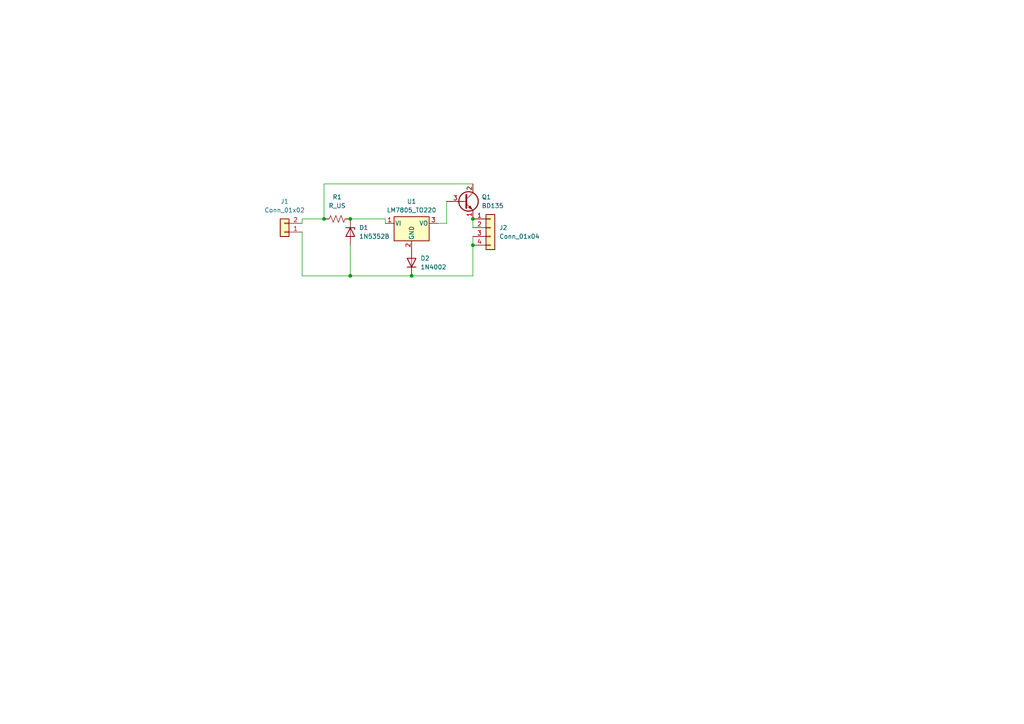
<source format=kicad_sch>
(kicad_sch (version 20231120) (generator "eeschema") (generator_version "8.0")
  (paper "A4")
  (lib_symbols
    (symbol "Connector_Generic:Conn_01x02" (pin_names (offset 1.016) hide)
      (property "Reference" "J" (at 0 2.54 0))
      (property "Value" "Conn_01x02" (at 0 -5.08 0))
      (symbol "Conn_01x02_1_1"
        (rectangle (start -1.27 -2.413) (end 0 -2.667) (stroke (width 0.1524)))
        (rectangle (start -1.27 0.127) (end 0 -0.127) (stroke (width 0.1524)))
        (rectangle (start -1.27 1.27) (end 1.27 -3.81) (stroke (width 0.254)) (fill (type background)))
        (pin passive line (at -5.08 0 0) (length 3.81) (name "Pin_1") (number "1"))
        (pin passive line (at -5.08 -2.54 0) (length 3.81) (name "Pin_2") (number "2"))
      )
    )
    (symbol "Connector_Generic:Conn_01x04" (pin_names (offset 1.016) hide)
      (property "Reference" "J" (at 0 5.08 0))
      (property "Value" "Conn_01x04" (at 0 -7.62 0))
      (symbol "Conn_01x04_1_1"
        (rectangle (start -1.27 -4.953) (end 0 -5.207) (stroke (width 0.1524)))
        (rectangle (start -1.27 -2.413) (end 0 -2.667) (stroke (width 0.1524)))
        (rectangle (start -1.27 0.127) (end 0 -0.127) (stroke (width 0.1524)))
        (rectangle (start -1.27 2.667) (end 0 2.413) (stroke (width 0.1524)))
        (rectangle (start -1.27 3.81) (end 1.27 -6.35) (stroke (width 0.254)) (fill (type background)))
        (pin passive line (at -5.08 2.54 0) (length 3.81) (name "Pin_1") (number "1"))
        (pin passive line (at -5.08 0 0) (length 3.81) (name "Pin_2") (number "2"))
        (pin passive line (at -5.08 -2.54 0) (length 3.81) (name "Pin_3") (number "3"))
        (pin passive line (at -5.08 -5.08 0) (length 3.81) (name "Pin_4") (number "4"))
      )
    )
    (symbol "Device:D_Zener" (pin_numbers hide) (pin_names (offset 1.016) hide)
      (property "Reference" "D" (at 0 2.54 0))
      (property "Value" "D_Zener" (at 0 -2.54 0))
      (symbol "D_Zener_0_1"
        (polyline (pts (xy 1.27 0) (xy -1.27 0)))
        (polyline (pts (xy -1.27 -1.27) (xy -1.27 1.27) (xy -0.762 1.27)) (stroke (width 0.254)))
        (polyline (pts (xy 1.27 -1.27) (xy 1.27 1.27) (xy -1.27 0) (xy 1.27 -1.27)) (stroke (width 0.254)))
      )
      (symbol "D_Zener_1_1"
        (pin passive line (at -3.81 0 0) (length 2.54) (name "K") (number "1"))
        (pin passive line (at 3.81 0 180) (length 2.54) (name "A") (number "2"))
      )
    )
    (symbol "Device:R_US" (pin_numbers hide) (pin_names (offset 0))
      (property "Reference" "R" (at 2.54 0 90))
      (property "Value" "R_US" (at -2.54 0 90))
      (symbol "R_US_0_1"
        (polyline (pts (xy 0 -2.286) (xy 0 -2.54)))
        (polyline (pts (xy 0 2.286) (xy 0 2.54)))
        (polyline (pts (xy 0 -0.762) (xy 1.016 -1.143) (xy 0 -1.524) (xy -1.016 -1.905) (xy 0 -2.286)))
        (polyline (pts (xy 0 0.762) (xy 1.016 0.381) (xy 0 0) (xy -1.016 -0.381) (xy 0 -0.762)))
        (polyline (pts (xy 0 2.286) (xy 1.016 1.905) (xy 0 1.524) (xy -1.016 1.143) (xy 0 0.762)))
      )
      (symbol "R_US_1_1"
        (pin passive line (at 0 3.81 270) (length 1.27) (name "~") (number "1"))
        (pin passive line (at 0 -3.81 90) (length 1.27) (name "~") (number "2"))
      )
    )
    (symbol "Diode:1N4002" (pin_numbers hide) (pin_names hide)
      (property "Reference" "D" (at 0 2.54 0))
      (property "Value" "1N4002" (at 0 -2.54 0))
      (symbol "1N4002_0_1"
        (polyline (pts (xy -1.27 1.27) (xy -1.27 -1.27)) (stroke (width 0.254)))
        (polyline (pts (xy 1.27 0) (xy -1.27 0)))
        (polyline (pts (xy 1.27 1.27) (xy 1.27 -1.27) (xy -1.27 0) (xy 1.27 1.27)) (stroke (width 0.254)))
      )
      (symbol "1N4002_1_1"
        (pin passive line (at -3.81 0 0) (length 2.54) (name "K") (number "1"))
        (pin passive line (at 3.81 0 180) (length 2.54) (name "A") (number "2"))
      )
    )
    (symbol "Regulator_Linear:LM7805_TO220" (pin_names (offset 0.254))
      (property "Reference" "U" (at -3.81 3.175 0))
      (property "Value" "LM7805_TO220" (at 0 3.175 0))
      (symbol "LM7805_TO220_0_1"
        (rectangle (start -5.08 1.905) (end 5.08 -5.08) (stroke (width 0.254)) (fill (type background)))
      )
      (symbol "LM7805_TO220_1_1"
        (pin power_in line (at -7.62 0 0) (length 2.54) (name "VI") (number "1"))
        (pin power_in line (at 0 -7.62 90) (length 2.54) (name "GND") (number "2"))
        (pin power_out line (at 7.62 0 180) (length 2.54) (name "VO") (number "3"))
      )
    )
    (symbol "Transistor_BJT:BD135" (pin_names (offset 0) hide)
      (property "Reference" "Q" (at 5.08 1.905 0))
      (property "Value" "BD135" (at 5.08 0 0))
      (symbol "BD135_0_1"
        (polyline (pts (xy 0 0) (xy 0.635 0)))
        (polyline (pts (xy 2.54 -2.54) (xy 0.635 -0.635)))
        (polyline (pts (xy 2.54 2.54) (xy 0.635 0.635)))
        (polyline (pts (xy 0.635 1.905) (xy 0.635 -1.905) (xy 0.635 -1.905)) (stroke (width 0.508)) (fill (type outline)))
        (polyline (pts (xy 1.2446 -1.778) (xy 1.7526 -1.27) (xy 2.286 -2.286) (xy 1.2446 -1.778) (xy 1.2446 -1.778)) (fill (type outline)))
        (circle (center 1.27 0) (radius 2.8194) (stroke (width 0.3048)))
      )
      (symbol "BD135_1_1"
        (pin passive line (at 2.54 -5.08 90) (length 2.54) (name "E") (number "1"))
        (pin passive line (at 2.54 5.08 270) (length 2.54) (name "C") (number "2"))
        (pin input line (at -5.08 0 0) (length 5.08) (name "B") (number "3"))
      )
    )
  )
  (junction (at 101.6 80.01))
  (junction (at 137.16 71.12))
  (junction (at 137.16 63.5))
  (junction (at 93.98 63.5))
  (junction (at 101.6 63.5))
  (junction (at 119.38 80.01))
  (wire (pts (xy 101.6 63.5) (xy 111.76 63.5)))
  (wire (pts (xy 93.98 63.5) (xy 87.63 63.5)))
  (wire (pts (xy 137.16 68.58) (xy 137.16 71.12)))
  (wire (pts (xy 87.63 80.01) (xy 87.63 67.31)))
  (wire (pts (xy 111.76 63.5) (xy 111.76 64.77)))
  (wire (pts (xy 87.63 63.5) (xy 87.63 64.77)))
  (wire (pts (xy 119.38 80.01) (xy 137.16 80.01)))
  (wire (pts (xy 129.54 64.77) (xy 127 64.77)))
  (wire (pts (xy 137.16 71.12) (xy 137.16 80.01)))
  (wire (pts (xy 101.6 71.12) (xy 101.6 80.01)))
  (wire (pts (xy 137.16 53.34) (xy 93.98 53.34)))
  (wire (pts (xy 101.6 80.01) (xy 87.63 80.01)))
  (wire (pts (xy 93.98 53.34) (xy 93.98 63.5)))
  (wire (pts (xy 137.16 63.5) (xy 137.16 66.04)))
  (wire (pts (xy 101.6 80.01) (xy 119.38 80.01)))
  (wire (pts (xy 129.54 58.42) (xy 129.54 64.77)))
  (symbol (lib_id "Regulator_Linear:LM7805_TO220") (at 119.38 64.77 0) (unit 1)
    (property "Reference" "U1" (at 119.38 58.42 0))
    (property "Value" "LM7805_TO220" (at 119.38 60.96 0))
    (property "Footprint" "Package_TO_SOT_THT:TO-220-3_Vertical" (effects (hide yes)))
    (property "Datasheet" "https://www.onsemi.cn/PowerSolutions/document/MC7800-D.PDF" (effects (hide yes)))
    (property "Description" "Positive 1A 35V Linear Regulator, Fixed Output 5V, TO-220" (effects (hide yes)))
  )
  (symbol (lib_id "Diode:1N4002") (at 119.38 76.2 90) (unit 1)
    (property "Reference" "D2" (at 121.92 74.9299 90) (effects (justify right)))
    (property "Value" "1N4002" (at 121.92 77.4699 90) (effects (justify right)))
    (property "Footprint" "Diode_THT:D_DO-41_SOD81_P10.16mm_Horizontal" (effects (hide yes)))
    (property "Datasheet" "http://www.vishay.com/docs/88503/1n4001.pdf" (effects (hide yes)))
    (property "Description" "100V 1A General Purpose Rectifier Diode, DO-41" (effects (hide yes)))
    (property "Sim.Device" "D" (effects (hide yes)))
    (property "Sim.Pins" "1=K 2=A" (effects (hide yes)))
  )
  (symbol (lib_id "Connector_Generic:Conn_01x04") (at 142.24 66.04 0) (unit 1)
    (property "Reference" "J2" (at 144.78 66.0399 0) (effects (justify left)))
    (property "Value" "Conn_01x04" (at 144.78 68.5799 0) (effects (justify left)))
    (property "Description" "Generic connector, single row, 01x04, script generated (kicad-library-utils/schlib/autogen/connector/)" (effects (hide yes)))
  )
  (symbol (lib_id "Transistor_BJT:BD135") (at 134.62 58.42 0) (unit 1)
    (property "Reference" "Q1" (at 139.7 57.1499 0) (effects (justify left)))
    (property "Value" "BD135" (at 139.7 59.6899 0) (effects (justify left)))
    (property "Footprint" "Package_TO_SOT_THT:TO-126-3_Vertical" (effects (hide yes)))
    (property "Datasheet" "http://www.st.com/internet/com/TECHNICAL_RESOURCES/TECHNICAL_LITERATURE/DATASHEET/CD00001225.pdf" (effects (hide yes)))
    (property "Description" "1.5A Ic, 45V Vce, Low Voltage Transistor, TO-126" (effects (hide yes)))
  )
  (symbol (lib_id "Device:R_US") (at 97.79 63.5 90) (unit 1)
    (property "Reference" "R1" (at 97.79 57.15 90))
    (property "Value" "R_US" (at 97.79 59.69 90))
    (property "Description" "Resistor, US symbol" (effects (hide yes)))
  )
  (symbol (lib_id "Connector_Generic:Conn_01x02") (at 82.55 67.31 180) (unit 1)
    (property "Reference" "J1" (at 82.55 58.42 0))
    (property "Value" "Conn_01x02" (at 82.55 60.96 0))
    (property "Description" "Generic connector, single row, 01x02, script generated (kicad-library-utils/schlib/autogen/connector/)" (effects (hide yes)))
  )
  (symbol (lib_id "Device:D_Zener") (at 101.6 67.31 270) (unit 1)
    (property "Reference" "D1" (at 104.14 66.0399 90) (effects (justify left)))
    (property "Value" "1N5352B" (at 104.14 68.5799 90) (effects (justify left)))
    (property "Description" "Zener diode" (effects (hide yes)))
  )
)
</source>
